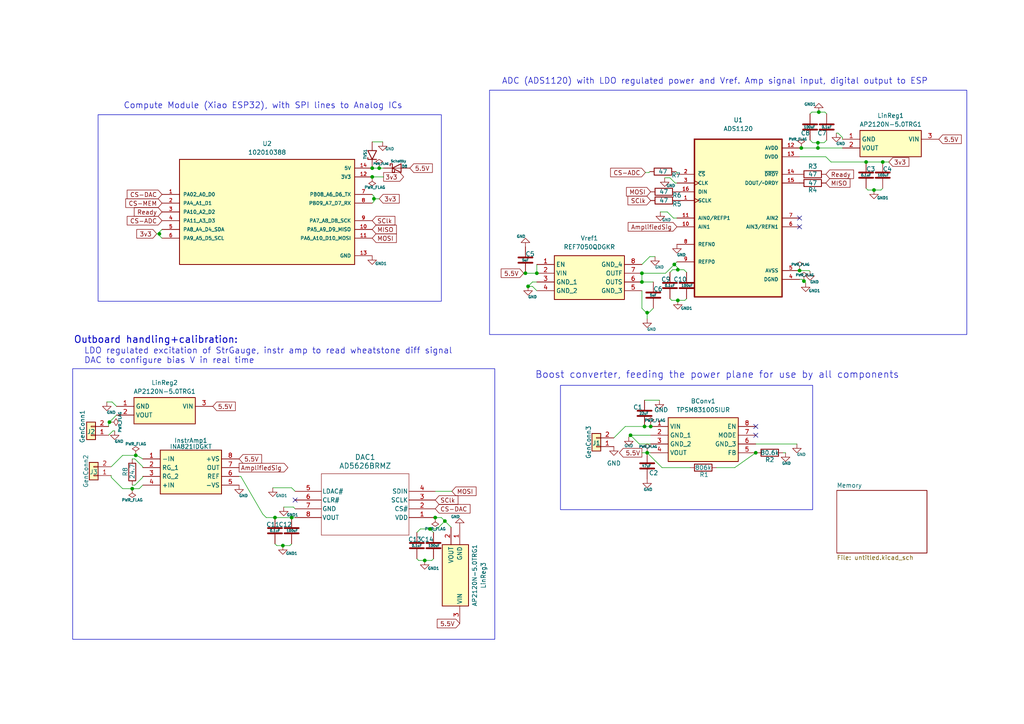
<source format=kicad_sch>
(kicad_sch (version 20230121) (generator eeschema)
  (paper "A4")
  (lib_symbols
    (symbol "21xt_symbols:102010388" (pin_names (offset 1.016))
      (property "Reference" "U" (at -25.4 16.002 0))
      (property "Value" "102010388" (at -25.4 -17.78 0))
      (symbol "102010388_0_0"
        (rectangle (start -25.4 -15.24) (end 25.4 15.24) (stroke (width 0.254)) (fill (type background)))
        (pin bidirectional line (at -30.48 5.08 0) (length 5.08) (name "PA02_A0_D0") (number "1"))
        (pin bidirectional line (at 30.48 -5.08 180) (length 5.08) (name "PA5_A9_D9_MISO") (number "10"))
        (pin bidirectional line (at 30.48 -7.62 180) (length 5.08) (name "PA6_A10_D10_MOSI") (number "11"))
        (pin power_in line (at 30.48 10.16 180) (length 5.08) (name "3V3") (number "12"))
        (pin power_in line (at 30.48 -12.7 180) (length 5.08) (name "GND") (number "13"))
        (pin power_in line (at 30.48 12.7 180) (length 5.08) (name "5V") (number "14"))
        (pin bidirectional line (at -30.48 2.54 0) (length 5.08) (name "PA4_A1_D1") (number "2"))
        (pin bidirectional line (at -30.48 0 0) (length 5.08) (name "PA10_A2_D2") (number "3"))
        (pin bidirectional line (at -30.48 -2.54 0) (length 5.08) (name "PA11_A3_D3") (number "4"))
        (pin bidirectional line (at -30.48 -5.08 0) (length 5.08) (name "PA8_A4_D4_SDA") (number "5"))
        (pin bidirectional line (at -30.48 -7.62 0) (length 5.08) (name "PA9_A5_D5_SCL") (number "6"))
        (pin bidirectional line (at 30.48 5.08 180) (length 5.08) (name "PB08_A6_D6_TX") (number "7"))
        (pin bidirectional line (at 30.48 2.54 180) (length 5.08) (name "PB09_A7_D7_RX") (number "8"))
        (pin bidirectional line (at 30.48 -2.54 180) (length 5.08) (name "PA7_A8_D8_SCK") (number "9"))
      )
    )
    (symbol "21xt_symbols:AD5626BRMZ" (pin_names (offset 0.254))
      (property "Reference" "U" (at 20.32 10.16 0))
      (property "Value" "AD5626BRMZ" (at 20.32 7.62 0))
      (symbol "AD5626BRMZ_0_1"
        (polyline (pts (xy 7.62 -12.7) (xy 33.02 -12.7)) (stroke (width 0.127)))
        (polyline (pts (xy 7.62 5.08) (xy 7.62 -12.7)) (stroke (width 0.127)))
        (polyline (pts (xy 33.02 -12.7) (xy 33.02 5.08)) (stroke (width 0.127)))
        (polyline (pts (xy 33.02 5.08) (xy 7.62 5.08)) (stroke (width 0.127)))
        (pin power_in line (at 0 0 0) (length 7.62) (name "VDD") (number "1"))
        (pin unspecified line (at 0 -2.54 0) (length 7.62) (name "CS#") (number "2"))
        (pin unspecified line (at 0 -5.08 0) (length 7.62) (name "SCLK") (number "3"))
        (pin unspecified line (at 0 -7.62 0) (length 7.62) (name "SDIN") (number "4"))
        (pin unspecified line (at 40.64 -7.62 180) (length 7.62) (name "LDAC#") (number "5"))
        (pin unspecified line (at 40.64 -5.08 180) (length 7.62) (name "CLR#") (number "6"))
        (pin unspecified line (at 40.64 -2.54 180) (length 7.62) (name "GND") (number "7"))
        (pin unspecified line (at 40.64 0 180) (length 7.62) (name "VOUT") (number "8"))
      )
    )
    (symbol "21xt_symbols:ADS1120IPWR" (pin_names (offset 1.016))
      (property "Reference" "U" (at -12.7 23.86 0))
      (property "Value" "ADS1120IPWR" (at -12.7 -26.86 0))
      (symbol "ADS1120IPWR_0_0"
        (rectangle (start -12.7 -22.86) (end 12.7 22.86) (stroke (width 0.41)) (fill (type background)))
        (pin input clock (at -17.78 5.08 0) (length 5.08) (name "SCLK") (number "1"))
        (pin bidirectional line (at -17.78 -2.54 0) (length 5.08) (name "AIN1") (number "10"))
        (pin bidirectional line (at -17.78 0 0) (length 5.08) (name "AIN0/REFP1") (number "11"))
        (pin power_in line (at 17.78 20.32 180) (length 5.08) (name "AVDD") (number "12"))
        (pin power_in line (at 17.78 17.78 180) (length 5.08) (name "DVDD") (number "13"))
        (pin output line (at 17.78 12.7 180) (length 5.08) (name "~{DRDY}") (number "14"))
        (pin output line (at 17.78 10.16 180) (length 5.08) (name "DOUT/~DRDY") (number "15"))
        (pin input line (at -17.78 7.62 0) (length 5.08) (name "DIN") (number "16"))
        (pin input line (at -17.78 12.7 0) (length 5.08) (name "~{CS}") (number "2"))
        (pin input clock (at -17.78 10.16 0) (length 5.08) (name "CLK") (number "3"))
        (pin power_in line (at 17.78 -17.78 180) (length 5.08) (name "DGND") (number "4"))
        (pin power_in line (at 17.78 -15.24 180) (length 5.08) (name "AVSS") (number "5"))
        (pin bidirectional line (at 17.78 -2.54 180) (length 5.08) (name "AIN3/REFN1") (number "6"))
        (pin bidirectional line (at 17.78 0 180) (length 5.08) (name "AIN2") (number "7"))
        (pin bidirectional line (at -17.78 -7.62 0) (length 5.08) (name "REFN0") (number "8"))
        (pin bidirectional line (at -17.78 -12.7 0) (length 5.08) (name "REFP0") (number "9"))
      )
    )
    (symbol "21xt_symbols:AP2120N-5.0TRG1"
      (property "Reference" "PS" (at 24.13 7.62 0))
      (property "Value" "AP2120N-5.0TRG1" (at 24.13 5.08 0))
      (symbol "AP2120N-5.0TRG1_1_1"
        (rectangle (start 5.08 2.54) (end 22.86 -5.08) (stroke (width 0.254)) (fill (type background)))
        (pin passive line (at 0 0 0) (length 5.08) (name "GND") (number "1"))
        (pin passive line (at 0 -2.54 0) (length 5.08) (name "VOUT") (number "2"))
        (pin passive line (at 27.94 0 180) (length 5.08) (name "VIN") (number "3"))
      )
    )
    (symbol "21xt_symbols:INA821IDGKT"
      (property "Reference" "IC" (at 24.13 7.62 0))
      (property "Value" "INA821IDGKT" (at 24.13 5.08 0))
      (symbol "INA821IDGKT_1_1"
        (rectangle (start 5.08 2.54) (end 22.86 -10.16) (stroke (width 0.254)) (fill (type background)))
        (pin input line (at 0 0 0) (length 5.08) (name "-IN") (number "1"))
        (pin passive line (at 0 -2.54 0) (length 5.08) (name "RG_1") (number "2"))
        (pin passive line (at 0 -5.08 0) (length 5.08) (name "RG_2") (number "3"))
        (pin input line (at 0 -7.62 0) (length 5.08) (name "+IN") (number "4"))
        (pin power_in line (at 27.94 -7.62 180) (length 5.08) (name "-VS") (number "5"))
        (pin passive line (at 27.94 -5.08 180) (length 5.08) (name "REF") (number "6"))
        (pin output line (at 27.94 -2.54 180) (length 5.08) (name "OUT") (number "7"))
        (pin power_in line (at 27.94 0 180) (length 5.08) (name "+VS") (number "8"))
      )
    )
    (symbol "21xt_symbols:REF7050QDGKR"
      (property "Reference" "IC" (at 26.67 7.62 0))
      (property "Value" "REF7050QDGKR" (at 26.67 5.08 0))
      (symbol "REF7050QDGKR_1_1"
        (rectangle (start 5.08 2.54) (end 25.4 -10.16) (stroke (width 0.254)) (fill (type background)))
        (pin passive line (at 0 0 0) (length 5.08) (name "EN") (number "1"))
        (pin passive line (at 0 -2.54 0) (length 5.08) (name "VIN") (number "2"))
        (pin passive line (at 0 -5.08 0) (length 5.08) (name "GND_1") (number "3"))
        (pin passive line (at 0 -7.62 0) (length 5.08) (name "GND_2") (number "4"))
        (pin passive line (at 30.48 -7.62 180) (length 5.08) (name "GND_3") (number "5"))
        (pin passive line (at 30.48 -5.08 180) (length 5.08) (name "OUTS") (number "6"))
        (pin passive line (at 30.48 -2.54 180) (length 5.08) (name "OUTF") (number "7"))
        (pin passive line (at 30.48 0 180) (length 5.08) (name "GND_4") (number "8"))
      )
    )
    (symbol "21xt_symbols:TPSM83100SIUR"
      (property "Reference" "PS" (at 26.67 7.62 0))
      (property "Value" "TPSM83100SIUR" (at 26.67 5.08 0))
      (symbol "TPSM83100SIUR_1_1"
        (rectangle (start 5.08 2.54) (end 25.4 -10.16) (stroke (width 0.254)) (fill (type background)))
        (pin passive line (at 0 0 0) (length 5.08) (name "VIN") (number "1"))
        (pin passive line (at 0 -2.54 0) (length 5.08) (name "GND_1") (number "2"))
        (pin passive line (at 0 -5.08 0) (length 5.08) (name "GND_2") (number "3"))
        (pin passive line (at 0 -7.62 0) (length 5.08) (name "VOUT") (number "4"))
        (pin passive line (at 30.48 -7.62 180) (length 5.08) (name "FB") (number "5"))
        (pin passive line (at 30.48 -5.08 180) (length 5.08) (name "GND_3") (number "6"))
        (pin passive line (at 30.48 -2.54 180) (length 5.08) (name "MODE") (number "7"))
        (pin passive line (at 30.48 0 180) (length 5.08) (name "EN") (number "8"))
      )
    )
    (symbol "Connector_Generic:Conn_01x02" (pin_names (offset 1.016) hide)
      (property "Reference" "J" (at 0 2.54 0))
      (property "Value" "Conn_01x02" (at 0 -5.08 0))
      (symbol "Conn_01x02_1_1"
        (rectangle (start -1.27 -2.413) (end 0 -2.667) (stroke (width 0.1524)))
        (rectangle (start -1.27 0.127) (end 0 -0.127) (stroke (width 0.1524)))
        (rectangle (start -1.27 1.27) (end 1.27 -3.81) (stroke (width 0.254)) (fill (type background)))
        (pin passive line (at -5.08 0 0) (length 3.81) (name "Pin_1") (number "1"))
        (pin passive line (at -5.08 -2.54 0) (length 3.81) (name "Pin_2") (number "2"))
      )
    )
    (symbol "Device:C" (pin_numbers hide) (pin_names (offset 0.254))
      (property "Reference" "C" (at 0.635 2.54 0))
      (property "Value" "C" (at 0.635 -2.54 0))
      (symbol "C_0_1"
        (polyline (pts (xy -2.032 -0.762) (xy 2.032 -0.762)) (stroke (width 0.508)))
        (polyline (pts (xy -2.032 0.762) (xy 2.032 0.762)) (stroke (width 0.508)))
      )
      (symbol "C_1_1"
        (pin passive line (at 0 3.81 270) (length 2.794) (name "~") (number "1"))
        (pin passive line (at 0 -3.81 90) (length 2.794) (name "~") (number "2"))
      )
    )
    (symbol "Device:D_Schottky" (pin_numbers hide) (pin_names (offset 1.016) hide)
      (property "Reference" "D" (at 0 2.54 0))
      (property "Value" "D_Schottky" (at 0 -2.54 0))
      (symbol "D_Schottky_0_1"
        (polyline (pts (xy 1.27 0) (xy -1.27 0)))
        (polyline (pts (xy 1.27 1.27) (xy 1.27 -1.27) (xy -1.27 0) (xy 1.27 1.27)) (stroke (width 0.254)))
        (polyline (pts (xy -1.905 0.635) (xy -1.905 1.27) (xy -1.27 1.27) (xy -1.27 -1.27) (xy -0.635 -1.27) (xy -0.635 -0.635)) (stroke (width 0.254)))
      )
      (symbol "D_Schottky_1_1"
        (pin passive line (at -3.81 0 0) (length 2.54) (name "K") (number "1"))
        (pin passive line (at 3.81 0 180) (length 2.54) (name "A") (number "2"))
      )
    )
    (symbol "Device:R" (pin_numbers hide) (pin_names (offset 0))
      (property "Reference" "R" (at 2.032 0 90))
      (property "Value" "R" (at 0 0 90))
      (symbol "R_0_1"
        (rectangle (start -1.016 -2.54) (end 1.016 2.54) (stroke (width 0.254)))
      )
      (symbol "R_1_1"
        (pin passive line (at 0 3.81 270) (length 1.27) (name "~") (number "1"))
        (pin passive line (at 0 -3.81 90) (length 1.27) (name "~") (number "2"))
      )
    )
    (symbol "Diode:1.5KExxA" (pin_numbers hide) (pin_names (offset 1.016) hide)
      (property "Reference" "D" (at 0 2.54 0))
      (property "Value" "1.5KExxA" (at 0 -2.54 0))
      (symbol "1.5KExxA_0_1"
        (polyline (pts (xy -0.762 1.27) (xy -1.27 1.27) (xy -1.27 -1.27)) (stroke (width 0.254)))
        (polyline (pts (xy 1.27 1.27) (xy 1.27 -1.27) (xy -1.27 0) (xy 1.27 1.27)) (stroke (width 0.254)))
      )
      (symbol "1.5KExxA_1_1"
        (pin passive line (at -3.81 0 0) (length 2.54) (name "A1") (number "1"))
        (pin passive line (at 3.81 0 180) (length 2.54) (name "A2") (number "2"))
      )
    )
    (symbol "power:GND" (power) (pin_names (offset 0))
      (property "Value" "GND" (at 0 -3.81 0))
      (symbol "GND_0_1"
        (polyline (pts (xy 0 0) (xy 0 -1.27) (xy 1.27 -1.27) (xy 0 -2.54) (xy -1.27 -1.27) (xy 0 -1.27)))
      )
      (symbol "GND_1_1"
        (pin power_in line (at 0 0 270) (length 0) hide (name "GND") (number "1"))
      )
    )
    (symbol "power:GND1" (power) (pin_names (offset 0))
      (property "Value" "GND1" (at 0 -3.81 0))
      (symbol "GND1_0_1"
        (polyline (pts (xy 0 0) (xy 0 -1.27) (xy 1.27 -1.27) (xy 0 -2.54) (xy -1.27 -1.27) (xy 0 -1.27)))
      )
      (symbol "GND1_1_1"
        (pin power_in line (at 0 0 270) (length 0) hide (name "GND1") (number "1"))
      )
    )
    (symbol "power:PWR_FLAG" (power) (pin_numbers hide) (pin_names (offset 0) hide)
      (property "Value" "PWR_FLAG" (at 0 3.81 0))
      (symbol "PWR_FLAG_0_0"
        (pin power_out line (at 0 0 90) (length 0) (name "pwr") (number "1"))
      )
      (symbol "PWR_FLAG_0_1"
        (polyline (pts (xy 0 0) (xy 0 1.27) (xy -1.016 1.905) (xy 0 2.54) (xy 1.016 1.905) (xy 0 1.27)))
      )
    )
  )
  (junction (at 39.37 132.08))
  (junction (at 186.944 123.698))
  (junction (at 195.58 76.708))
  (junction (at 251.206 46.99))
  (junction (at 109.982 48.768))
  (junction (at 129.032 151.13))
  (junction (at 46.228 67.818))
  (junction (at 31.75 122.428))
  (junction (at 79.756 150.114))
  (junction (at 196.596 78.232))
  (junction (at 256.032 46.99))
  (junction (at 232.41 42.926))
  (junction (at 187.706 90.678))
  (junction (at 237.236 41.402))
  (junction (at 123.19 162.56))
  (junction (at 107.95 51.308))
  (junction (at 231.902 78.486))
  (junction (at 152.4 79.248))
  (junction (at 237.236 42.926))
  (junction (at 186.182 79.248))
  (junction (at 124.714 153.416))
  (junction (at 219.202 131.318))
  (junction (at 107.95 48.768))
  (junction (at 233.172 81.534))
  (junction (at 196.596 87.122))
  (junction (at 108.458 57.658))
  (junction (at 84.582 150.114))
  (junction (at 82.042 158.242))
  (junction (at 187.706 131.318))
  (junction (at 153.162 83.058))
  (junction (at 186.182 81.788))
  (junction (at 237.49 32.512))
  (junction (at 126.238 150.114))
  (junction (at 188.722 123.698))
  (junction (at 155.702 79.248))
  (junction (at 38.354 141.732))
  (junction (at 253.492 55.118))
  (junction (at 182.88 126.238))
  (no_connect (at 85.598 145.034))
  (no_connect (at 231.902 65.786))
  (no_connect (at 219.202 123.698))
  (no_connect (at 231.902 63.246))
  (no_connect (at 219.202 126.238))
  (wire (pts (xy 186.182 84.328) (xy 186.182 89.408)))
  (wire (pts (xy 155.702 81.788) (xy 154.432 81.788)))
  (wire (pts (xy 69.85 138.176) (xy 69.342 138.176)))
  (wire (pts (xy 195.834 53.086) (xy 196.342 53.086)))
  (wire (pts (xy 242.57 38.608) (xy 243.078 38.608)))
  (wire (pts (xy 196.596 87.122) (xy 198.628 87.122)))
  (wire (pts (xy 46.228 67.31) (xy 46.99 66.548)))
  (wire (pts (xy 244.348 39.878) (xy 243.078 38.608)))
  (wire (pts (xy 188.722 126.238) (xy 182.88 126.238)))
  (wire (pts (xy 196.596 77.724) (xy 195.58 76.708)))
  (wire (pts (xy 181.356 123.698) (xy 178.054 127)))
  (wire (pts (xy 241.046 46.99) (xy 251.206 46.99)))
  (wire (pts (xy 84.074 158.242) (xy 84.582 157.734)))
  (wire (pts (xy 46.228 67.31) (xy 46.228 67.818)))
  (wire (pts (xy 244.348 40.386) (xy 244.348 39.878)))
  (wire (pts (xy 235.458 32.512) (xy 234.95 33.02)))
  (wire (pts (xy 194.31 51.562) (xy 195.834 53.086)))
  (wire (pts (xy 121.92 153.416) (xy 120.904 154.432)))
  (wire (pts (xy 124.714 153.416) (xy 126.746 153.416)))
  (wire (pts (xy 235.712 41.402) (xy 237.236 41.402)))
  (wire (pts (xy 121.412 162.56) (xy 123.19 162.56)))
  (wire (pts (xy 187.706 131.318) (xy 188.722 131.318)))
  (wire (pts (xy 41.402 138.43) (xy 39.116 140.716)))
  (wire (pts (xy 231.902 81.026) (xy 232.664 81.026)))
  (wire (pts (xy 123.19 162.56) (xy 125.222 162.56)))
  (wire (pts (xy 111.252 51.308) (xy 107.95 51.308)))
  (wire (pts (xy 187.706 90.678) (xy 188.214 90.678)))
  (wire (pts (xy 108.458 57.658) (xy 108.458 58.42)))
  (wire (pts (xy 196.342 50.038) (xy 196.088 49.784)))
  (wire (pts (xy 188.468 74.422) (xy 186.182 76.708)))
  (wire (pts (xy 32.512 116.586) (xy 33.782 117.856)))
  (wire (pts (xy 41.402 138.176) (xy 41.402 138.43)))
  (wire (pts (xy 191.516 61.468) (xy 193.548 61.468)))
  (wire (pts (xy 84.582 141.478) (xy 85.598 142.494)))
  (wire (pts (xy 186.944 123.698) (xy 181.356 123.698)))
  (wire (pts (xy 32.258 138.43) (xy 35.56 141.732)))
  (wire (pts (xy 154.432 81.788) (xy 153.162 83.058)))
  (wire (pts (xy 39.37 132.08) (xy 39.624 132.08)))
  (wire (pts (xy 188.214 90.678) (xy 189.484 89.408)))
  (wire (pts (xy 45.466 67.818) (xy 46.228 67.818)))
  (wire (pts (xy 195.072 78.232) (xy 194.31 78.994)))
  (wire (pts (xy 30.988 116.586) (xy 32.512 116.586)))
  (wire (pts (xy 82.042 158.242) (xy 84.074 158.242)))
  (wire (pts (xy 192.024 135.636) (xy 200.152 135.636)))
  (wire (pts (xy 239.268 32.512) (xy 237.49 32.512)))
  (wire (pts (xy 31.496 122.682) (xy 31.75 122.428)))
  (wire (pts (xy 195.326 63.246) (xy 196.342 63.246)))
  (wire (pts (xy 79.121 141.478) (xy 84.582 141.478)))
  (wire (pts (xy 185.42 128.778) (xy 182.88 126.238)))
  (wire (pts (xy 79.756 150.114) (xy 77.216 150.114)))
  (wire (pts (xy 193.548 61.468) (xy 195.326 63.246)))
  (wire (pts (xy 77.216 150.114) (xy 76.2 149.098)))
  (wire (pts (xy 80.264 158.242) (xy 82.042 158.242)))
  (wire (pts (xy 41.402 135.382) (xy 39.116 133.096)))
  (wire (pts (xy 232.41 42.926) (xy 231.902 42.926)))
  (wire (pts (xy 154.432 83.058) (xy 155.702 84.328)))
  (wire (pts (xy 231.902 45.466) (xy 239.522 45.466)))
  (wire (pts (xy 187.452 90.678) (xy 187.706 90.678)))
  (wire (pts (xy 231.902 78.486) (xy 234.696 78.486)))
  (wire (pts (xy 194.818 87.122) (xy 196.596 87.122)))
  (wire (pts (xy 191.262 116.078) (xy 186.944 116.078)))
  (wire (pts (xy 31.75 122.428) (xy 33.782 120.396)))
  (wire (pts (xy 38.354 133.096) (xy 39.116 133.096)))
  (wire (pts (xy 231.14 128.778) (xy 219.202 128.778)))
  (wire (pts (xy 121.92 153.416) (xy 124.714 153.416)))
  (wire (pts (xy 32.258 135.382) (xy 35.56 132.08)))
  (wire (pts (xy 237.49 32.512) (xy 235.458 32.512)))
  (wire (pts (xy 85.598 150.114) (xy 84.582 150.114)))
  (wire (pts (xy 84.582 150.114) (xy 79.756 150.114)))
  (wire (pts (xy 198.628 87.122) (xy 199.136 86.614)))
  (wire (pts (xy 109.982 48.768) (xy 107.95 48.768)))
  (wire (pts (xy 40.386 141.732) (xy 41.402 140.716)))
  (wire (pts (xy 31.496 123.698) (xy 31.496 122.682)))
  (wire (pts (xy 233.172 81.534) (xy 233.68 82.042)))
  (wire (pts (xy 198.374 78.232) (xy 199.136 78.994)))
  (wire (pts (xy 189.992 74.422) (xy 188.468 74.422)))
  (wire (pts (xy 80.264 158.242) (xy 79.756 157.734)))
  (wire (pts (xy 237.236 42.926) (xy 232.41 42.926)))
  (wire (pts (xy 39.624 132.08) (xy 41.402 133.096)))
  (wire (pts (xy 227.838 131.318) (xy 227.076 131.318)))
  (wire (pts (xy 33.274 124.968) (xy 32.766 124.968)))
  (wire (pts (xy 153.162 83.058) (xy 154.432 83.058)))
  (wire (pts (xy 213.106 135.636) (xy 219.202 131.318)))
  (wire (pts (xy 237.236 41.402) (xy 239.014 41.402)))
  (wire (pts (xy 241.046 46.99) (xy 239.522 45.466)))
  (wire (pts (xy 232.664 81.026) (xy 233.172 81.534)))
  (wire (pts (xy 107.95 41.148) (xy 110.998 41.148)))
  (wire (pts (xy 251.714 55.118) (xy 251.206 54.61)))
  (wire (pts (xy 235.712 41.402) (xy 234.95 40.64)))
  (wire (pts (xy 256.032 46.99) (xy 257.81 46.99)))
  (wire (pts (xy 129.032 151.13) (xy 130.81 152.908)))
  (wire (pts (xy 251.714 55.118) (xy 253.492 55.118)))
  (wire (pts (xy 76.2 149.098) (xy 69.85 138.176)))
  (wire (pts (xy 128.016 150.114) (xy 129.032 151.13)))
  (wire (pts (xy 192.786 51.562) (xy 194.31 51.562)))
  (wire (pts (xy 186.182 79.248) (xy 193.04 79.248)))
  (wire (pts (xy 38.354 140.716) (xy 39.116 140.716)))
  (wire (pts (xy 155.702 76.708) (xy 155.702 79.248)))
  (wire (pts (xy 126.238 150.114) (xy 128.016 150.114)))
  (wire (pts (xy 253.492 55.118) (xy 255.524 55.118)))
  (wire (pts (xy 237.236 41.402) (xy 237.236 42.926)))
  (wire (pts (xy 187.198 50.038) (xy 188.214 50.038)))
  (wire (pts (xy 108.458 57.658) (xy 109.982 57.658)))
  (wire (pts (xy 85.09 147.066) (xy 85.598 147.574)))
  (wire (pts (xy 186.182 81.788) (xy 189.484 81.788)))
  (wire (pts (xy 207.772 135.636) (xy 213.106 135.636)))
  (wire (pts (xy 194.818 87.122) (xy 194.31 86.614)))
  (wire (pts (xy 32.258 137.922) (xy 32.258 138.43)))
  (wire (pts (xy 38.354 141.732) (xy 40.386 141.732)))
  (wire (pts (xy 188.214 50.038) (xy 188.468 49.784)))
  (wire (pts (xy 244.348 42.926) (xy 237.236 42.926)))
  (wire (pts (xy 126.746 153.416) (xy 129.032 151.13)))
  (wire (pts (xy 124.714 153.416) (xy 125.73 154.432)))
  (wire (pts (xy 219.456 131.318) (xy 219.202 131.318)))
  (wire (pts (xy 196.342 50.546) (xy 196.342 50.038)))
  (wire (pts (xy 121.412 162.56) (xy 120.904 162.052)))
  (wire (pts (xy 186.182 79.248) (xy 186.182 81.788)))
  (wire (pts (xy 195.072 78.232) (xy 196.596 78.232)))
  (wire (pts (xy 41.402 135.636) (xy 41.402 135.382)))
  (wire (pts (xy 35.56 132.08) (xy 39.37 132.08)))
  (wire (pts (xy 107.95 56.388) (xy 108.458 56.896)))
  (wire (pts (xy 182.88 126.238) (xy 182.372 126.746)))
  (wire (pts (xy 192.024 135.636) (xy 187.706 131.318)))
  (wire (pts (xy 234.696 78.486) (xy 234.95 78.74)))
  (wire (pts (xy 46.228 67.818) (xy 46.228 68.326)))
  (wire (pts (xy 152.4 79.248) (xy 155.702 79.248)))
  (wire (pts (xy 239.014 41.402) (xy 239.776 40.64)))
  (wire (pts (xy 239.268 32.512) (xy 239.776 33.02)))
  (wire (pts (xy 186.944 123.698) (xy 188.722 123.698)))
  (wire (pts (xy 255.524 55.118) (xy 256.032 54.61)))
  (wire (pts (xy 188.722 128.778) (xy 185.42 128.778)))
  (wire (pts (xy 187.452 90.678) (xy 186.182 89.408)))
  (wire (pts (xy 196.596 78.232) (xy 196.596 77.724)))
  (wire (pts (xy 46.228 68.326) (xy 46.99 69.088)))
  (wire (pts (xy 111.252 48.768) (xy 109.982 48.768)))
  (wire (pts (xy 193.04 79.248) (xy 195.58 76.708)))
  (wire (pts (xy 186.182 131.318) (xy 187.706 131.318)))
  (wire (pts (xy 35.56 141.732) (xy 38.354 141.732)))
  (wire (pts (xy 131.064 142.494) (xy 126.238 142.494)))
  (wire (pts (xy 82.296 147.066) (xy 85.09 147.066)))
  (wire (pts (xy 32.766 124.968) (xy 31.496 126.238)))
  (wire (pts (xy 251.206 46.99) (xy 256.032 46.99)))
  (wire (pts (xy 108.458 56.896) (xy 108.458 57.658)))
  (wire (pts (xy 151.892 79.248) (xy 152.4 79.248)))
  (wire (pts (xy 108.458 58.42) (xy 107.95 58.928)))
  (wire (pts (xy 187.706 92.456) (xy 187.706 90.678)))
  (wire (pts (xy 125.222 162.56) (xy 125.73 162.052)))
  (wire (pts (xy 195.58 76.708) (xy 196.342 75.946)))
  (wire (pts (xy 196.596 78.232) (xy 198.374 78.232)))
  (rectangle (start 141.986 26.162) (end 280.416 97.028))
  (rectangle (start 28.448 33.274) (end 128.016 87.376))
  (rectangle (start 21.082 106.934) (end 143.51 185.42))
  (rectangle (start 162.56 111.76) (end 235.712 147.828))
  (text "DAC to configure bias V in real time" (at 24.384 105.664 0) (effects (font (size 1.75 1.75)) (justify left bottom)))
  (text "Compute Module (Xiao ESP32), with SPI lines to Analog ICs\n" (at 35.814 31.75 0) (effects (font (size 1.75 1.75)) (justify left bottom)))
  (text "LDO regulated excitation of StrGauge, instr amp to read wheatstone diff signal" (at 24.384 102.87 0) (effects (font (size 1.75 1.75)) (justify left bottom)))
  (text "Boost converter, feeding the power plane for use by all components" (at 155.194 109.982 0) (effects (font (size 2 2)) (justify left bottom)))
  (text "Outboard handling+calibration:" (at 21.336 99.822 0) (effects (font (size 2 2) (thickness 0.254) bold) (justify left bottom)))
  (text "ADC (ADS1120) with LDO regulated power and Vref. Amp signal input, digital output to ESP" (at 145.542 24.638 0) (effects (font (size 1.75 1.75)) (justify left bottom)))
  (global_label "MOSI" (shape input) (at 131.064 142.494 0) (property "Intersheetrefs" "${INTERSHEET_REFS}" (effects hide)))
  (global_label "5.5V" (shape input) (at 272.288 40.386 0) (property "Intersheetrefs" "${INTERSHEET_REFS}" (effects hide)))
  (global_label "MISO" (shape input) (at 239.522 53.086 0) (property "Intersheetrefs" "${INTERSHEET_REFS}" (effects hide)))
  (global_label "Ready" (shape input) (at 239.522 50.546 0) (property "Intersheetrefs" "${INTERSHEET_REFS}" (effects hide)))
  (global_label "CS-ADC" (shape input) (at 46.99 64.008 180) (property "Intersheetrefs" "${INTERSHEET_REFS}" (effects hide)))
  (global_label "SClk" (shape input) (at 188.722 58.166 180) (property "Intersheetrefs" "${INTERSHEET_REFS}" (effects hide)))
  (global_label "MOSI" (shape input) (at 107.95 69.088 0) (property "Intersheetrefs" "${INTERSHEET_REFS}" (effects hide)))
  (global_label "AmplifiedSig" (shape output) (at 69.342 135.636 0) (property "Intersheetrefs" "${INTERSHEET_REFS}" (effects hide)))
  (global_label "5.5V" (shape input) (at 118.872 48.768 0) (property "Intersheetrefs" "${INTERSHEET_REFS}" (effects hide)))
  (global_label "Ready" (shape input) (at 46.99 61.468 180) (property "Intersheetrefs" "${INTERSHEET_REFS}" (effects hide)))
  (global_label "3v3" (shape input) (at 257.81 46.99 0) (property "Intersheetrefs" "${INTERSHEET_REFS}" (effects hide)))
  (global_label "AmplifiedSig" (shape input) (at 196.342 65.786 180) (property "Intersheetrefs" "${INTERSHEET_REFS}" (effects hide)))
  (global_label "5.5V" (shape input) (at 151.892 79.248 180) (property "Intersheetrefs" "${INTERSHEET_REFS}" (effects hide)))
  (global_label "CS-ADC" (shape input) (at 187.198 50.038 180) (property "Intersheetrefs" "${INTERSHEET_REFS}" (effects hide)))
  (global_label "5.5V" (shape output) (at 186.182 131.318 180) (property "Intersheetrefs" "${INTERSHEET_REFS}" (effects hide)))
  (global_label "CS-DAC" (shape input) (at 126.238 147.574 0) (property "Intersheetrefs" "${INTERSHEET_REFS}" (effects hide)))
  (global_label "MISO" (shape input) (at 107.95 66.548 0) (property "Intersheetrefs" "${INTERSHEET_REFS}" (effects hide)))
  (global_label "SClk" (shape input) (at 126.238 145.034 0) (property "Intersheetrefs" "${INTERSHEET_REFS}" (effects hide)))
  (global_label "5.5V" (shape input) (at 133.35 180.848 180) (property "Intersheetrefs" "${INTERSHEET_REFS}" (effects hide)))
  (global_label "MOSI" (shape input) (at 188.722 55.626 180) (property "Intersheetrefs" "${INTERSHEET_REFS}" (effects hide)))
  (global_label "SClk" (shape input) (at 107.95 64.008 0) (property "Intersheetrefs" "${INTERSHEET_REFS}" (effects hide)))
  (global_label "CS-MEM" (shape input) (at 46.99 58.928 180) (property "Intersheetrefs" "${INTERSHEET_REFS}" (effects hide)))
  (global_label "5.5V" (shape input) (at 61.722 117.856 0) (property "Intersheetrefs" "${INTERSHEET_REFS}" (effects hide)))
  (global_label "5.5V" (shape input) (at 69.342 133.096 0) (property "Intersheetrefs" "${INTERSHEET_REFS}" (effects hide)))
  (global_label "3v3" (shape input) (at 109.982 57.658 0) (property "Intersheetrefs" "${INTERSHEET_REFS}" (effects hide)))
  (global_label "3v3" (shape input) (at 45.466 67.818 180) (property "Intersheetrefs" "${INTERSHEET_REFS}" (effects hide)))
  (global_label "CS-DAC" (shape input) (at 46.99 56.388 180) (property "Intersheetrefs" "${INTERSHEET_REFS}" (effects hide)))
  (global_label "3v3" (shape output) (at 111.252 51.308 0) (property "Intersheetrefs" "${INTERSHEET_REFS}" (effects hide)))
  (symbol (lib_id "Device:C") (at 189.484 85.598 0) (unit 1)
    (property "Reference" "C6" (at 189.484 83.82 0) (effects (justify left)))
    (property "Value" "5uF" (at 188.468 85.598 0) (effects (font (size 0.7 0.7)) (justify left)))
    (property "Footprint" "Capacitor_SMD:C_0603_1608Metric" (effects hide))
  )
  (symbol (lib_id "power:GND") (at 182.372 126.746 0) (unit 1)
    (property "Reference" "#PWR03" (effects hide))
    (property "Value" "GND" (at 182.372 129.286 0) (effects (font (size 0.8 0.8))))
  )
  (symbol (lib_id "Connector_Generic:Conn_01x02") (at 27.178 137.922 180) (unit 1)
    (property "Reference" "J3" (at 27.178 136.906 0))
    (property "Value" "GenConn2" (at 24.892 136.652 90))
    (property "Footprint" "21xt_footprints:MOLEX_2pinSMD" (effects hide))
  )
  (symbol (lib_id "Device:C") (at 199.136 82.804 0) (unit 1)
    (property "Reference" "C10" (at 195.326 81.026 0) (effects (justify left)))
    (property "Value" "100uF" (at 197.612 82.804 0) (effects (font (size 0.7 0.7)) (justify left)))
    (property "Footprint" "Capacitor_SMD:C_0603_1608Metric" (effects hide))
  )
  (symbol (lib_id "power:GND1") (at 107.95 74.168 0) (unit 1)
    (property "Reference" "#PWR017" (effects hide))
    (property "Value" "GND1" (at 110.49 76.454 0) (effects (font (size 0.8 0.8))))
  )
  (symbol (lib_id "power:GND") (at 196.342 70.866 0) (unit 1)
    (property "Reference" "#PWR014" (effects hide))
    (property "Value" "GND" (at 197.612 73.914 0) (effects (font (size 0.8 0.8))))
  )
  (symbol (lib_id "21xt_symbols:TPSM83100SIUR") (at 188.722 123.698 0) (unit 1)
    (property "Reference" "BConv1" (at 203.962 116.332 0))
    (property "Value" "TPSM83100SIUR" (at 203.962 118.872 0))
    (property "Footprint" "21xt_footprints:TPSM83100SIUR" (effects hide))
    (property "Datasheet" "https://www.ti.com/lit/ds/symlink/tpsm83100.pdf?ts=1694232852590&ref_url=https%253A%252F%252Fwww.ti.com%252Fproduct%252FTPSM83100%252Fpart-details%252FTPSM83100SIUR" (effects hide))
    (property "Height" "1.2" (effects hide))
    (property "Mouser Part Number" "595-TPSM83100SIUR" (effects hide))
    (property "Mouser Price/Stock" "https://www.mouser.co.uk/ProductDetail/Texas-Instruments/TPSM83100SIUR?qs=17ckDYBRdembJwsYYPsw7Q%3D%3D" (effects hide))
    (property "Manufacturer_Name" "Texas Instruments" (effects hide))
    (property "Manufacturer_Part_Number" "TPSM83100SIUR" (effects hide))
  )
  (symbol (lib_id "21xt_symbols:REF7050QDGKR") (at 155.702 76.708 0) (unit 1)
    (property "Reference" "Vref1" (at 170.942 69.088 0))
    (property "Value" "REF7050QDGKR" (at 170.942 71.628 0))
    (property "Footprint" "21xt_footprints:REF70" (effects hide))
    (property "Datasheet" "https://www.ti.com/lit/ds/symlink/ref70.pdf?ts=1705897089094&ref_url=https%253A%252F%252Fwww.mouser.mx%252F" (effects hide))
    (property "Height" "1.1" (effects hide))
    (property "Manufacturer_Name" "Texas Instruments" (effects hide))
    (property "Manufacturer_Part_Number" "REF7050QDGKR" (effects hide))
  )
  (symbol (lib_id "21xt_symbols:102010388") (at 77.47 61.468 0) (unit 1)
    (property "Reference" "U2" (at 77.47 41.656 0))
    (property "Value" "102010388" (at 77.47 44.196 0))
    (property "Footprint" "21xt_footprints:MODULE_102010388" (effects hide))
    (property "MF" "seeed technology limited" (effects hide))
    (property "MAXIMUM_PACKAGE_HEIGHT" "N/A" (effects hide))
    (property "Package" "None" (effects hide))
    (property "Price" "None" (effects hide))
    (property "Check_prices" "https://www.snapeda.com/parts/102010388/Techno/view-part/?ref=eda" (effects hide))
    (property "STANDARD" "Manufacturer Recommendations" (effects hide))
    (property "PARTREV" "N/A" (effects hide))
    (property "SnapEDA_Link" "https://www.snapeda.com/parts/102010388/Techno/view-part/?ref=snap" (effects hide))
    (property "MP" "102010388" (effects hide))
    (property "Purchase-URL" "https://www.snapeda.com/api/url_track_click_mouser/?unipart_id=7601083&manufacturer=seeed technology limited&part_name=102010388&search_term=None" (effects hide))
    (property "Description" "\nSAMD21G18 Seeeduino XIAO - ARM® Cortex®-M0 MCU 32-Bit Embedded Evaluation Board\n" (effects hide))
    (property "MANUFACTURER" "Seeed Technology" (effects hide))
    (property "Availability" "In Stock" (effects hide))
    (property "SNAPEDA_PN" "102010388" (effects hide))
  )
  (symbol (lib_id "power:GND1") (at 82.296 147.066 0) (unit 1)
    (property "Reference" "#PWR018" (effects hide))
    (property "Value" "GND1" (at 84.836 149.352 0) (effects (font (size 0.8 0.8))))
  )
  (symbol (lib_id "Device:C") (at 120.904 158.242 0) (unit 1)
    (property "Reference" "C13" (at 118.364 156.464 0) (effects (justify left)))
    (property "Value" "0.1uF" (at 119.38 158.242 0) (effects (font (size 0.7 0.7)) (justify left)))
    (property "Footprint" "Capacitor_SMD:C_0603_1608Metric" (effects hide))
  )
  (symbol (lib_id "power:GND") (at 227.838 131.318 0) (unit 1)
    (property "Reference" "#PWR02" (effects hide))
    (property "Value" "GND" (at 228.092 134.366 0) (effects (font (size 0.8 0.8))))
  )
  (symbol (lib_id "Device:R") (at 235.712 50.546 90) (unit 1)
    (property "Reference" "R3" (at 235.712 48.26 90))
    (property "Value" "47" (at 235.712 50.546 90))
    (property "Footprint" "Resistor_SMD:R_0603_1608Metric" (effects hide))
  )
  (symbol (lib_id "power:GND") (at 191.516 61.468 0) (unit 1)
    (property "Reference" "#PWR015" (effects hide))
    (property "Value" "GND" (at 193.294 63.754 0) (effects (font (size 0.8 0.8))))
  )
  (symbol (lib_id "Device:C") (at 234.95 36.83 180) (unit 1)
    (property "Reference" "C8" (at 234.95 38.608 0) (effects (justify left)))
    (property "Value" "100uF" (at 236.474 36.83 0) (effects (font (size 0.7 0.7)) (justify left)))
    (property "Footprint" "Capacitor_SMD:C_0603_1608Metric" (effects hide))
  )
  (symbol (lib_id "power:PWR_FLAG") (at 31.75 122.428 270) (unit 1)
    (property "Reference" "#FLG08" (effects hide))
    (property "Value" "PWR_FLAG" (at 34.798 122.428 0) (effects (font (size 0.8 0.8))))
  )
  (symbol (lib_id "Device:C") (at 239.776 36.83 180) (unit 1)
    (property "Reference" "C7" (at 239.776 38.608 0) (effects (justify left)))
    (property "Value" "0.1uF" (at 241.3 36.83 0) (effects (font (size 0.7 0.7)) (justify left)))
    (property "Footprint" "Capacitor_SMD:C_0603_1608Metric" (effects hide))
  )
  (symbol (lib_id "Diode:1.5KExxA") (at 107.95 44.958 90) (unit 1)
    (property "Reference" "TVS1" (at 105.918 46.228 0) (effects (font (size 0.8 0.8)) (justify left)))
    (property "Value" "1.5KExxA" (effects hide))
    (property "Footprint" "Diode_SMD:D_0603_1608Metric" (effects hide))
    (property "Datasheet" "https://www.vishay.com/docs/88301/15ke.pdf" (effects hide))
  )
  (symbol (lib_id "Device:R") (at 235.712 53.086 90) (unit 1)
    (property "Reference" "R4" (at 235.712 55.118 90))
    (property "Value" "47" (at 235.712 53.086 90))
    (property "Footprint" "Resistor_SMD:R_0603_1608Metric" (effects hide))
  )
  (symbol (lib_id "21xt_symbols:ADS1120IPWR") (at 214.122 63.246 0) (unit 1)
    (property "Reference" "U1" (at 214.122 34.798 0))
    (property "Value" "ADS1120" (at 214.122 37.338 0))
    (property "Footprint" "21xt_footprints:SOP65P640X120-16N" (effects hide))
  )
  (symbol (lib_id "Device:R") (at 192.532 58.166 270) (unit 1)
    (property "Reference" "R5" (at 196.342 59.182 90))
    (property "Value" "47" (at 192.532 58.166 90))
    (property "Footprint" "Resistor_SMD:R_0603_1608Metric" (effects hide))
  )
  (symbol (lib_id "power:GND") (at 191.262 116.078 0) (unit 1)
    (property "Reference" "#PWR05" (effects hide))
    (property "Value" "GND" (at 191.77 118.872 0))
  )
  (symbol (lib_id "power:GND") (at 153.162 83.058 0) (unit 1)
    (property "Reference" "#PWR011" (effects hide))
    (property "Value" "GND" (at 154.432 86.106 0) (effects (font (size 0.8 0.8))))
  )
  (symbol (lib_id "power:GND") (at 30.988 116.586 0) (unit 1)
    (property "Reference" "#PWR019" (effects hide))
    (property "Value" "GND" (at 32.258 119.634 0) (effects (font (size 0.8 0.8))))
  )
  (symbol (lib_id "power:GND1") (at 237.49 32.512 180) (unit 1)
    (property "Reference" "#PWR025" (effects hide))
    (property "Value" "GND1" (at 234.95 30.226 0) (effects (font (size 0.8 0.8))))
  )
  (symbol (lib_id "power:PWR_FLAG") (at 188.722 123.698 0) (unit 1)
    (property "Reference" "#FLG01" (effects hide))
    (property "Value" "PWR_FLAG" (at 189.992 121.92 0) (effects (font (size 0.8 0.8))))
  )
  (symbol (lib_id "power:GND1") (at 233.68 82.042 0) (unit 1)
    (property "Reference" "#PWR024" (effects hide))
    (property "Value" "GND1" (at 236.22 84.328 0) (effects (font (size 0.8 0.8))))
  )
  (symbol (lib_id "Device:R") (at 192.278 49.784 270) (unit 1)
    (property "Reference" "R7" (at 196.088 50.8 90))
    (property "Value" "47" (at 192.278 49.784 90))
    (property "Footprint" "Resistor_SMD:R_0603_1608Metric" (effects hide))
  )
  (symbol (lib_id "power:GND") (at 242.57 38.608 0) (unit 1)
    (property "Reference" "#PWR07" (effects hide))
    (property "Value" "GND" (at 243.84 41.656 0) (effects (font (size 0.8 0.8))))
  )
  (symbol (lib_id "Device:C") (at 79.756 153.924 0) (unit 1)
    (property "Reference" "C11" (at 77.216 152.146 0) (effects (justify left)))
    (property "Value" "0.1uF" (at 78.232 153.924 0) (effects (font (size 0.7 0.7)) (justify left)))
    (property "Footprint" "Capacitor_SMD:C_0603_1608Metric" (effects hide))
  )
  (symbol (lib_id "21xt_symbols:AD5626BRMZ") (at 126.238 150.114 180) (unit 1)
    (property "Reference" "DAC1" (at 105.918 132.588 0) (effects (font (size 1.524 1.524))))
    (property "Value" "AD5626BRMZ" (at 105.918 135.128 0) (effects (font (size 1.524 1.524))))
    (property "Footprint" "21xt_footprints:AD5626" (effects hide))
    (property "Datasheet" "AD5626BRMZ" (effects hide))
  )
  (symbol (lib_id "power:GND") (at 133.35 152.908 180) (unit 1)
    (property "Reference" "#PWR022" (effects hide))
    (property "Value" "GND" (at 132.08 149.86 0) (effects (font (size 0.8 0.8))))
  )
  (symbol (lib_id "Device:R") (at 223.266 131.318 90) (unit 1)
    (property "Reference" "R2" (at 223.266 133.35 90))
    (property "Value" "80.6k" (at 223.266 131.318 90))
    (property "Footprint" "Resistor_SMD:R_0603_1608Metric" (effects hide))
  )
  (symbol (lib_id "21xt_symbols:AP2120N-5.0TRG1") (at 133.35 152.908 270) (unit 1)
    (property "Reference" "LinReg3" (at 140.208 166.878 0))
    (property "Value" "AP2120N-5.0TRG1" (at 137.668 166.878 0))
    (property "Footprint" "21xt_footprints:SOT91P240X110-3N" (effects hide))
    (property "Datasheet" "https://www.diodes.com//assets/Datasheets/AP2120.pdf" (effects hide))
    (property "Height" "1.2" (effects hide))
    (property "Mouser Part Number" "621-AP2120N-5.0TRG1" (effects hide))
    (property "Mouser Price/Stock" "https://www.mouser.co.uk/ProductDetail/Diodes-Incorporated/AP2120N-5.0TRG1?qs=M%2FOdCRO8QQ3JQu49DdtyIA%3D%3D" (effects hide))
    (property "Manufacturer_Name" "Diodes Incorporated" (effects hide))
    (property "Manufacturer_Part_Number" "AP2120N-5.0TRG1" (effects hide))
  )
  (symbol (lib_id "Device:C") (at 84.582 153.924 0) (unit 1)
    (property "Reference" "C12" (at 80.772 152.146 0) (effects (justify left)))
    (property "Value" "100uF" (at 83.058 153.924 0) (effects (font (size 0.7 0.7)) (justify left)))
    (property "Footprint" "Capacitor_SMD:C_0603_1608Metric" (effects hide))
  )
  (symbol (lib_id "power:GND") (at 189.992 74.422 0) (unit 1)
    (property "Reference" "#PWR013" (effects hide))
    (property "Value" "GND" (at 191.262 77.47 0) (effects (font (size 0.8 0.8))))
  )
  (symbol (lib_id "Device:C") (at 125.73 158.242 0) (unit 1)
    (property "Reference" "C14" (at 121.92 156.464 0) (effects (justify left)))
    (property "Value" "100uF" (at 124.206 158.242 0) (effects (font (size 0.7 0.7)) (justify left)))
    (property "Footprint" "Capacitor_SMD:C_0603_1608Metric" (effects hide))
  )
  (symbol (lib_id "power:PWR_FLAG") (at 126.238 150.114 180) (unit 1)
    (property "Reference" "#FLG07" (effects hide))
    (property "Value" "PWR_FLAG" (at 126.238 153.416 0) (effects (font (size 0.8 0.8))))
  )
  (symbol (lib_id "power:PWR_FLAG") (at 231.902 78.486 0) (unit 1)
    (property "Reference" "#FLG04" (effects hide))
    (property "Value" "PWR_FLAG" (at 232.156 76.708 0) (effects (font (size 0.7 0.7))))
  )
  (symbol (lib_id "power:GND") (at 187.706 92.456 0) (unit 1)
    (property "Reference" "#PWR012" (effects hide))
    (property "Value" "GND" (at 188.976 95.504 0) (effects (font (size 0.8 0.8))))
  )
  (symbol (lib_id "21xt_symbols:AP2120N-5.0TRG1") (at 33.782 117.856 0) (unit 1)
    (property "Reference" "LinReg2" (at 47.752 110.998 0))
    (property "Value" "AP2120N-5.0TRG1" (at 47.752 113.538 0))
    (property "Footprint" "21xt_footprints:SOT91P240X110-3N" (effects hide))
    (property "Datasheet" "https://www.diodes.com//assets/Datasheets/AP2120.pdf" (effects hide))
    (property "Height" "1.2" (effects hide))
    (property "Mouser Part Number" "621-AP2120N-5.0TRG1" (effects hide))
    (property "Mouser Price/Stock" "https://www.mouser.co.uk/ProductDetail/Diodes-Incorporated/AP2120N-5.0TRG1?qs=M%2FOdCRO8QQ3JQu49DdtyIA%3D%3D" (effects hide))
    (property "Manufacturer_Name" "Diodes Incorporated" (effects hide))
    (property "Manufacturer_Part_Number" "AP2120N-5.0TRG1" (effects hide))
  )
  (symbol (lib_id "power:GND") (at 187.706 138.938 0) (unit 1)
    (property "Reference" "#PWR06" (effects hide))
    (property "Value" "GND" (at 187.96 141.986 0) (effects (font (size 0.8 0.8))))
  )
  (symbol (lib_id "power:GND1") (at 79.121 141.478 0) (unit 1)
    (property "Reference" "#PWR029" (effects hide))
    (property "Value" "GND1" (at 81.661 143.764 0) (effects (font (size 0.8 0.8))))
  )
  (symbol (lib_id "power:PWR_FLAG") (at 107.95 51.308 180) (unit 1)
    (property "Reference" "#FLG02" (effects hide))
    (property "Value" "PWR_FLAG" (at 108.712 54.356 0) (effects (font (size 0.8 0.8))))
  )
  (symbol (lib_id "Device:C") (at 194.31 82.804 0) (unit 1)
    (property "Reference" "C9" (at 191.77 81.026 0) (effects (justify left)))
    (property "Value" "0.1uF" (at 192.786 82.804 0) (effects (font (size 0.7 0.7)) (justify left)))
    (property "Footprint" "Capacitor_SMD:C_0603_1608Metric" (effects hide))
  )
  (symbol (lib_id "21xt_symbols:AP2120N-5.0TRG1") (at 244.348 40.386 0) (unit 1)
    (property "Reference" "LinReg1" (at 258.318 33.528 0))
    (property "Value" "AP2120N-5.0TRG1" (at 258.318 36.068 0))
    (property "Footprint" "21xt_footprints:SOT91P240X110-3N" (effects hide))
    (property "Datasheet" "https://www.diodes.com//assets/Datasheets/AP2120.pdf" (effects hide))
    (property "Height" "1.2" (effects hide))
    (property "Mouser Part Number" "621-AP2120N-5.0TRG1" (effects hide))
    (property "Mouser Price/Stock" "https://www.mouser.co.uk/ProductDetail/Diodes-Incorporated/AP2120N-5.0TRG1?qs=M%2FOdCRO8QQ3JQu49DdtyIA%3D%3D" (effects hide))
    (property "Manufacturer_Name" "Diodes Incorporated" (effects hide))
    (property "Manufacturer_Part_Number" "AP2120N-5.0TRG1" (effects hide))
  )
  (symbol (lib_id "Device:R") (at 38.354 136.906 0) (unit 1)
    (property "Reference" "R8" (at 36.322 138.176 90) (effects (justify left)))
    (property "Value" "24.7" (at 38.354 138.938 90) (effects (justify left)))
    (property "Footprint" "Resistor_SMD:R_0603_1608Metric" (effects hide))
  )
  (symbol (lib_id "power:GND") (at 110.998 41.148 0) (unit 1)
    (property "Reference" "#PWR023" (effects hide))
    (property "Value" "GND" (at 113.03 43.18 0) (effects (font (size 0.8 0.8))))
  )
  (symbol (lib_id "Connector_Generic:Conn_01x02") (at 26.416 126.238 180) (unit 1)
    (property "Reference" "J2" (at 26.416 125.222 0))
    (property "Value" "GenConn1" (at 23.876 123.698 90))
    (property "Footprint" "21xt_footprints:MOLEX_2pinSMD" (effects hide))
  )
  (symbol (lib_id "power:GND") (at 33.274 124.968 0) (unit 1)
    (property "Reference" "#PWR020" (effects hide))
    (property "Value" "GND" (at 34.544 128.016 0) (effects (font (size 0.8 0.8))))
  )
  (symbol (lib_id "power:PWR_FLAG") (at 187.706 131.318 0) (unit 1)
    (property "Reference" "#FLG03" (effects hide))
    (property "Value" "PWR_FLAG" (at 187.96 129.54 0) (effects (font (size 0.7 0.7))))
  )
  (symbol (lib_id "power:GND") (at 152.4 71.628 180) (unit 1)
    (property "Reference" "#PWR010" (effects hide))
    (property "Value" "GND" (at 151.13 68.58 0) (effects (font (size 0.8 0.8))))
  )
  (symbol (lib_id "power:GND1") (at 196.596 87.122 0) (unit 1)
    (property "Reference" "#PWR026" (effects hide))
    (property "Value" "GND1" (at 199.136 89.408 0) (effects (font (size 0.8 0.8))))
  )
  (symbol (lib_id "Device:C") (at 152.4 75.438 0) (unit 1)
    (property "Reference" "C5" (at 152.4 73.66 0) (effects (justify left)))
    (property "Value" "5uF" (at 151.384 75.438 0) (effects (font (size 0.7 0.7)) (justify left)))
    (property "Footprint" "Capacitor_SMD:C_0603_1608Metric" (effects hide))
  )
  (symbol (lib_id "power:GND") (at 69.342 140.716 0) (unit 1)
    (property "Reference" "#PWR021" (effects hide))
    (property "Value" "GND" (at 70.612 143.764 0) (effects (font (size 0.8 0.8))))
  )
  (symbol (lib_id "power:GND1") (at 123.19 162.56 0) (unit 1)
    (property "Reference" "#PWR028" (effects hide))
    (property "Value" "GND1" (at 125.73 164.846 0) (effects (font (size 0.8 0.8))))
  )
  (symbol (lib_id "Device:R") (at 192.532 55.626 270) (unit 1)
    (property "Reference" "R6" (at 196.342 56.642 90))
    (property "Value" "47" (at 192.532 55.626 90))
    (property "Footprint" "Resistor_SMD:R_0603_1608Metric" (effects hide))
  )
  (symbol (lib_id "power:GND") (at 192.786 51.562 0) (unit 1)
    (property "Reference" "#PWR016" (effects hide))
    (property "Value" "GND" (at 194.564 53.848 0) (effects (font (size 0.8 0.8))))
  )
  (symbol (lib_id "power:PWR_FLAG") (at 233.172 81.534 0) (unit 1)
    (property "Reference" "#FLG05" (effects hide))
    (property "Value" "PWR_FLAG" (at 233.426 79.756 0) (effects (font (size 0.7 0.7))))
  )
  (symbol (lib_id "Device:C") (at 256.032 50.8 0) (unit 1)
    (property "Reference" "C4" (at 256.032 49.022 0) (effects (justify left)))
    (property "Value" "100uF" (at 254.508 50.8 0) (effects (font (size 0.7 0.7)) (justify left)))
    (property "Footprint" "Capacitor_SMD:C_0603_1608Metric" (effects hide))
  )
  (symbol (lib_id "Device:D_Schottky") (at 115.062 48.768 0) (unit 1)
    (property "Reference" "D8" (at 117.348 48.26 0) (effects (font (size 0.8 0.8))))
    (property "Value" "Schottky" (at 115.57 46.736 0) (effects (font (size 0.7 0.7))))
    (property "Footprint" "Diode_SMD:D_0603_1608Metric" (effects hide))
  )
  (symbol (lib_id "power:GND") (at 234.95 78.74 0) (unit 1)
    (property "Reference" "#PWR09" (effects hide))
    (property "Value" "GND" (at 236.22 81.788 0) (effects (font (size 0.8 0.8))))
  )
  (symbol (lib_id "power:PWR_FLAG") (at 38.354 141.732 180) (unit 1)
    (property "Reference" "#FLG09" (effects hide))
    (property "Value" "PWR_FLAG" (at 38.354 145.034 0) (effects (font (size 0.8 0.8))))
  )
  (symbol (lib_id "power:PWR_FLAG") (at 109.982 48.768 0) (unit 1)
    (property "Reference" "#FLG011" (effects hide))
    (property "Value" "PWR_FLAG" (at 110.49 47.498 0) (effects (font (size 0.6 0.6))))
  )
  (symbol (lib_id "power:GND") (at 178.054 129.54 0) (unit 1)
    (property "Reference" "#PWR01" (effects hide))
    (property "Value" "GND" (at 178.054 134.366 0))
  )
  (symbol (lib_id "21xt_symbols:INA821IDGKT") (at 41.402 133.096 0) (unit 1)
    (property "Reference" "InstrAmp1" (at 55.372 127.762 0))
    (property "Value" "INA821IDGKT" (at 55.372 129.54 0))
    (property "Footprint" "21xt_footprints:INA821" (effects hide))
    (property "Datasheet" "http://www.ti.com/lit/ds/symlink/ina821.pdf" (effects hide))
    (property "Height" "1.1" (effects hide))
    (property "Mouser Part Number" "595-INA821IDGKT" (effects hide))
    (property "Mouser Price/Stock" "https://www.mouser.co.uk/ProductDetail/Texas-Instruments/INA821IDGKT?qs=LDGDZb5k%2F%252B8diOW5CeiHfQ%3D%3D" (effects hide))
    (property "Manufacturer_Name" "Texas Instruments" (effects hide))
    (property "Manufacturer_Part_Number" "INA821IDGKT" (effects hide))
  )
  (symbol (lib_id "Device:C") (at 187.706 135.128 0) (unit 1)
    (property "Reference" "C2" (at 188.214 137.16 0) (effects (justify left)))
    (property "Value" "47uF" (at 186.182 135.128 0) (effects (font (size 0.7 0.7)) (justify left)))
    (property "Footprint" "Capacitor_SMD:C_0603_1608Metric" (effects hide))
  )
  (symbol (lib_id "Device:C") (at 251.206 50.8 0) (unit 1)
    (property "Reference" "C3" (at 251.206 49.022 0) (effects (justify left)))
    (property "Value" "0.1uF" (at 249.682 50.8 0) (effects (font (size 0.7 0.7)) (justify left)))
    (property "Footprint" "Capacitor_SMD:C_0603_1608Metric" (effects hide))
  )
  (symbol (lib_id "power:PWR_FLAG") (at 39.37 132.08 0) (unit 1)
    (property "Reference" "#FLG010" (effects hide))
    (property "Value" "PWR_FLAG" (at 39.37 128.778 0) (effects (font (size 0.8 0.8))))
  )
  (symbol (lib_id "Connector_Generic:Conn_01x02") (at 172.974 129.54 180) (unit 1)
    (property "Reference" "J1" (at 172.974 128.524 0))
    (property "Value" "GenConn3" (at 170.688 128.27 90))
    (property "Footprint" "21xt_footprints:MOLEX_2pinSMD" (effects hide))
  )
  (symbol (lib_id "Device:R") (at 203.962 135.636 90) (unit 1)
    (property "Reference" "R1" (at 204.216 137.668 90))
    (property "Value" "806k" (at 203.962 135.636 90))
    (property "Footprint" "Resistor_SMD:R_0805_2012Metric" (effects hide))
  )
  (symbol (lib_id "power:PWR_FLAG") (at 232.41 42.926 0) (unit 1)
    (property "Reference" "#FLG06" (effects hide))
    (property "Value" "PWR_FLAG" (at 231.394 40.386 0) (effects (font (size 0.7 0.7))))
  )
  (symbol (lib_id "power:GND") (at 231.14 128.778 0) (unit 1)
    (property "Reference" "#PWR04" (effects hide))
    (property "Value" "GND" (at 232.41 131.826 0) (effects (font (size 0.8 0.8))))
  )
  (symbol (lib_id "Device:C") (at 186.944 119.888 0) (unit 1)
    (property "Reference" "C1" (at 183.642 118.11 0) (effects (justify left)))
    (property "Value" "22uF" (at 185.42 119.888 0) (effects (font (size 0.7 0.7)) (justify left)))
    (property "Footprint" "Capacitor_SMD:C_0603_1608Metric" (effects hide))
  )
  (symbol (lib_id "power:GND1") (at 82.042 158.242 0) (unit 1)
    (property "Reference" "#PWR027" (effects hide))
    (property "Value" "GND1" (at 84.582 160.528 0) (effects (font (size 0.8 0.8))))
  )
  (symbol (lib_id "power:GND1") (at 253.492 55.118 0) (unit 1)
    (property "Reference" "#PWR08" (effects hide))
    (property "Value" "GND1" (at 256.032 57.404 0) (effects (font (size 0.8 0.8))))
  )
  (sheet (at 242.697 142.24) (size 26.162 18.161) (stroke (width 0.1524))
    (property "Sheetname" "Memory" (at 242.697 141.5284 0) (effects (justify left bottom)))
    (property "Sheetfile" "untitled.kicad_sch" (at 242.697 160.9856 0) (effects (justify left top)))
  )
)
</source>
